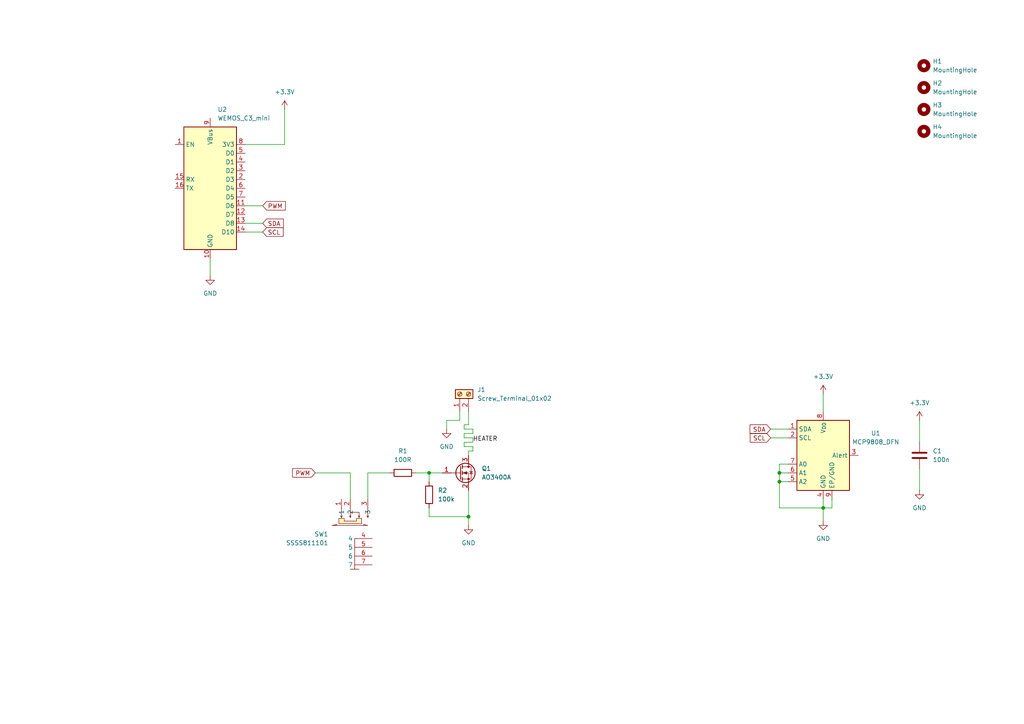
<source format=kicad_sch>
(kicad_sch (version 20250114) (generator "eeschema") (generator_version "9.0")
  (paper "A4")
  (lib_symbols
    (symbol "Connector:Screw_Terminal_01x02" (pin_names (offset 1.016) (hide yes))
      (property "Reference" "J" (at 0 2.54 0))
      (property "Value" "Screw_Terminal_01x02" (at 0 -5.08 0))
      (symbol "Screw_Terminal_01x02_1_1"
        (rectangle (start -1.27 1.27) (end 1.27 -3.81) (stroke (width 0.254)) (fill (type background)))
        (polyline (pts (xy -0.5334 0.3302) (xy 0.3302 -0.508)) (stroke (width 0.1524)))
        (polyline (pts (xy -0.5334 -2.2098) (xy 0.3302 -3.048)) (stroke (width 0.1524)))
        (polyline (pts (xy -0.3556 0.508) (xy 0.508 -0.3302)) (stroke (width 0.1524)))
        (polyline (pts (xy -0.3556 -2.032) (xy 0.508 -2.8702)) (stroke (width 0.1524)))
        (circle (center 0 0) (radius 0.635) (stroke (width 0.1524)))
        (circle (center 0 -2.54) (radius 0.635) (stroke (width 0.1524)))
        (pin passive line (at -5.08 0 0) (length 3.81) (name "Pin_1") (number "1"))
        (pin passive line (at -5.08 -2.54 0) (length 3.81) (name "Pin_2") (number "2"))
      )
    )
    (symbol "Device:C" (pin_numbers (hide yes)) (pin_names (offset 0.254))
      (property "Reference" "C" (at 0.635 2.54 0))
      (property "Value" "C" (at 0.635 -2.54 0))
      (symbol "C_0_1"
        (polyline (pts (xy -2.032 0.762) (xy 2.032 0.762)) (stroke (width 0.508)))
        (polyline (pts (xy -2.032 -0.762) (xy 2.032 -0.762)) (stroke (width 0.508)))
      )
      (symbol "C_1_1"
        (pin passive line (at 0 3.81 270) (length 2.794) (name "~") (number "1"))
        (pin passive line (at 0 -3.81 90) (length 2.794) (name "~") (number "2"))
      )
    )
    (symbol "Device:R" (pin_numbers (hide yes)) (pin_names (offset 0))
      (property "Reference" "R" (at 2.032 0 90))
      (property "Value" "R" (at 0 0 90))
      (symbol "R_0_1"
        (rectangle (start -1.016 -2.54) (end 1.016 2.54) (stroke (width 0.254)))
      )
      (symbol "R_1_1"
        (pin passive line (at 0 3.81 270) (length 1.27) (name "~") (number "1"))
        (pin passive line (at 0 -3.81 90) (length 1.27) (name "~") (number "2"))
      )
    )
    (symbol "EasyEDA:SSSS811101"
      (property "Reference" "SW" (at 0 8.89 0))
      (property "Value" "SSSS811101" (at 0 -20.32 0))
      (symbol "SSSS811101_0_1"
        (polyline (pts (xy -1.27 1.27) (xy -1.27 -1.27)))
        (polyline (pts (xy -1.27 -1.52) (xy -1.52 -1.02)))
        (polyline (pts (xy -1.27 -1.52) (xy -1.02 -1.02)))
        (polyline (pts (xy 1.27 1.27) (xy 1.27 -1.27)))
        (polyline (pts (xy 1.27 0) (xy 3.81 0) (xy 3.81 -1.27)))
        (polyline (pts (xy 1.27 -1.52) (xy 1.02 -1.02)))
        (polyline (pts (xy 1.27 -1.52) (xy 1.52 -1.02)))
        (polyline (pts (xy 1.27 -16.51) (xy 3.81 -16.51)))
        (polyline (pts (xy 2.54 -7.62) (xy 2.54 -16.51)))
        (polyline (pts (xy 3.81 -1.52) (xy 3.56 -1.02)))
        (polyline (pts (xy 3.81 -1.52) (xy 4.06 -1.02)))
        (polyline (pts (xy 4.57 -1.78) (xy 4.57 -3.3) (xy -2.03 -3.3) (xy -2.03 -1.78) (xy -0.51 -1.78) (xy -0.51 -2.54) (xy 3.05 -2.54) (xy 3.05 -1.78) (xy 4.57 -1.78)) (fill (type background)))
        (polyline (pts (xy 5.08 -3.56) (xy 6.35 -3.81) (xy -4.06 -3.81) (xy -2.54 -3.56)))
        (polyline (pts (xy 6.35 1.27) (xy 6.35 -1.27)))
        (polyline (pts (xy 6.35 -1.52) (xy 6.1 -1.02)))
        (polyline (pts (xy 6.35 -1.52) (xy 6.6 -1.02)))
        (pin unspecified line (at -1.27 3.81 270) (length 2.54) (name "1") (number "1"))
        (pin unspecified line (at 1.27 3.81 270) (length 2.54) (name "2") (number "2"))
        (pin unspecified line (at 6.35 3.81 270) (length 2.54) (name "3") (number "3"))
        (pin unspecified line (at 7.62 -7.62 180) (length 5.08) (name "4") (number "4"))
        (pin unspecified line (at 7.62 -10.16 180) (length 5.08) (name "5") (number "5"))
        (pin unspecified line (at 7.62 -12.7 180) (length 5.08) (name "6") (number "6"))
        (pin unspecified line (at 7.62 -15.24 180) (length 5.08) (name "7") (number "7"))
      )
    )
    (symbol "Mechanical:MountingHole" (pin_names (offset 1.016)) (exclude_from_sim yes) (in_bom no)
      (property "Reference" "H" (at 0 5.08 0))
      (property "Value" "MountingHole" (at 0 3.175 0))
      (symbol "MountingHole_0_1"
        (circle (center 0 0) (radius 1.27) (stroke (width 1.27)))
      )
    )
    (symbol "RF_Module:WEMOS_C3_mini"
      (property "Reference" "U" (at 3.81 19.05 0))
      (property "Value" "WEMOS_C3_mini" (at 1.27 -19.05 0))
      (symbol "WEMOS_C3_mini_1_1"
        (rectangle (start -7.62 17.78) (end 7.62 -17.78) (stroke (width 0.254)) (fill (type background)))
        (pin input line (at -10.16 12.7 0) (length 2.54) (name "EN") (number "1"))
        (pin input line (at -10.16 2.54 0) (length 2.54) (name "RX") (number "15"))
        (pin output line (at -10.16 0 0) (length 2.54) (name "TX") (number "16"))
        (pin power_in line (at 0 20.32 270) (length 2.54) (name "VBus") (number "9"))
        (pin power_in line (at 0 -20.32 90) (length 2.54) (name "GND") (number "10"))
        (pin power_out line (at 10.16 12.7 180) (length 2.54) (name "3V3") (number "8"))
        (pin bidirectional line (at 10.16 10.16 180) (length 2.54) (name "D0") (number "5"))
        (pin bidirectional line (at 10.16 7.62 180) (length 2.54) (name "D1") (number "4"))
        (pin bidirectional line (at 10.16 5.08 180) (length 2.54) (name "D2") (number "3"))
        (pin bidirectional line (at 10.16 2.54 180) (length 2.54) (name "D3") (number "2"))
        (pin bidirectional line (at 10.16 0 180) (length 2.54) (name "D4") (number "6"))
        (pin bidirectional line (at 10.16 -2.54 180) (length 2.54) (name "D5") (number "7"))
        (pin bidirectional line (at 10.16 -5.08 180) (length 2.54) (name "D6") (number "11"))
        (pin bidirectional line (at 10.16 -7.62 180) (length 2.54) (name "D7") (number "12"))
        (pin bidirectional line (at 10.16 -10.16 180) (length 2.54) (name "D8") (number "13"))
        (pin bidirectional line (at 10.16 -12.7 180) (length 2.54) (name "D10") (number "14"))
      )
    )
    (symbol "Sensor_Temperature:MCP9808_DFN"
      (property "Reference" "U" (at -6.35 11.43 0))
      (property "Value" "MCP9808_DFN" (at 10.16 11.43 0))
      (symbol "MCP9808_DFN_0_1"
        (rectangle (start -7.62 10.16) (end 7.62 -10.16) (stroke (width 0.254)) (fill (type background)))
      )
      (symbol "MCP9808_DFN_1_1"
        (pin bidirectional line (at -10.16 7.62 0) (length 2.54) (name "SDA") (number "1"))
        (pin input line (at -10.16 5.08 0) (length 2.54) (name "SCL") (number "2"))
        (pin input line (at -10.16 -2.54 0) (length 2.54) (name "A0") (number "7"))
        (pin input line (at -10.16 -5.08 0) (length 2.54) (name "A1") (number "6"))
        (pin input line (at -10.16 -7.62 0) (length 2.54) (name "A2") (number "5"))
        (pin power_in line (at 0 12.7 270) (length 2.54) (name "V_{DD}") (number "8"))
        (pin power_in line (at 0 -12.7 90) (length 2.54) (name "GND") (number "4"))
        (pin power_in line (at 2.54 -12.7 90) (length 2.54) (name "EP/GND") (number "9"))
        (pin output line (at 10.16 0 180) (length 2.54) (name "Alert") (number "3"))
      )
    )
    (symbol "Transistor_FET:AO3400A" (pin_names (hide yes))
      (property "Reference" "Q" (at 5.08 1.905 0))
      (property "Value" "AO3400A" (at 5.08 0 0))
      (symbol "AO3400A_0_1"
        (polyline (pts (xy 0.254 1.905) (xy 0.254 -1.905)) (stroke (width 0.254)))
        (polyline (pts (xy 0.254 0) (xy -2.54 0)))
        (polyline (pts (xy 0.762 2.286) (xy 0.762 1.27)) (stroke (width 0.254)))
        (polyline (pts (xy 0.762 0.508) (xy 0.762 -0.508)) (stroke (width 0.254)))
        (polyline (pts (xy 0.762 -1.27) (xy 0.762 -2.286)) (stroke (width 0.254)))
        (polyline (pts (xy 0.762 -1.778) (xy 3.302 -1.778) (xy 3.302 1.778) (xy 0.762 1.778)))
        (polyline (pts (xy 1.016 0) (xy 2.032 0.381) (xy 2.032 -0.381) (xy 1.016 0)) (fill (type outline)))
        (circle (center 1.651 0) (radius 2.794) (stroke (width 0.254)))
        (polyline (pts (xy 2.54 2.54) (xy 2.54 1.778)))
        (circle (center 2.54 1.778) (radius 0.254) (fill (type outline)))
        (circle (center 2.54 -1.778) (radius 0.254) (fill (type outline)))
        (polyline (pts (xy 2.54 -2.54) (xy 2.54 0) (xy 0.762 0)))
        (polyline (pts (xy 2.794 0.508) (xy 2.921 0.381) (xy 3.683 0.381) (xy 3.81 0.254)))
        (polyline (pts (xy 3.302 0.381) (xy 2.921 -0.254) (xy 3.683 -0.254) (xy 3.302 0.381)))
      )
      (symbol "AO3400A_1_1"
        (pin input line (at -5.08 0 0) (length 2.54) (name "G") (number "1"))
        (pin passive line (at 2.54 5.08 270) (length 2.54) (name "D") (number "3"))
        (pin passive line (at 2.54 -5.08 90) (length 2.54) (name "S") (number "2"))
      )
    )
    (symbol "power:+3.3V" (power) (pin_numbers (hide yes)) (pin_names (offset 0) (hide yes))
      (property "Value" "+3.3V" (at 0 3.556 0))
      (symbol "+3.3V_0_1"
        (polyline (pts (xy -0.762 1.27) (xy 0 2.54)))
        (polyline (pts (xy 0 2.54) (xy 0.762 1.27)))
        (polyline (pts (xy 0 0) (xy 0 2.54)))
      )
      (symbol "+3.3V_1_1"
        (pin power_in line (at 0 0 90) (length 0) (name "~") (number "1"))
      )
    )
    (symbol "power:GND" (power) (pin_numbers (hide yes)) (pin_names (offset 0) (hide yes))
      (property "Value" "GND" (at 0 -3.81 0))
      (symbol "GND_0_1"
        (polyline (pts (xy 0 0) (xy 0 -1.27) (xy 1.27 -1.27) (xy 0 -2.54) (xy -1.27 -1.27) (xy 0 -1.27)))
      )
      (symbol "GND_1_1"
        (pin power_in line (at 0 0 270) (length 0) (name "~") (number "1"))
      )
    )
  )
  (junction (at 238.76 147.32))
  (junction (at 135.89 149.86))
  (junction (at 226.06 137.16))
  (junction (at 226.06 139.7))
  (junction (at 124.46 137.16))
  (wire (pts (xy 238.76 147.32) (xy 238.76 151.13)))
  (wire (pts (xy 135.89 130.81) (xy 135.89 132.08)))
  (wire (pts (xy 226.06 134.62) (xy 226.06 137.16)))
  (wire (pts (xy 226.06 139.7) (xy 226.06 147.32)))
  (wire (pts (xy 238.76 147.32) (xy 241.3 147.32)))
  (wire (pts (xy 226.06 137.16) (xy 228.6 137.16)))
  (wire (pts (xy 223.52 124.46) (xy 228.6 124.46)))
  (wire (pts (xy 135.89 119.38) (xy 135.89 123.19)))
  (wire (pts (xy 137.16 130.81) (xy 135.89 130.81)))
  (wire (pts (xy 241.3 144.78) (xy 241.3 147.32)))
  (wire (pts (xy 129.54 121.92) (xy 129.54 124.46)))
  (wire (pts (xy 91.44 137.16) (xy 101.6 137.16)))
  (wire (pts (xy 134.62 127) (xy 137.16 127)))
  (wire (pts (xy 82.55 41.91) (xy 71.12 41.91)))
  (wire (pts (xy 135.89 149.86) (xy 135.89 152.4)))
  (wire (pts (xy 238.76 114.3) (xy 238.76 119.38)))
  (wire (pts (xy 124.46 149.86) (xy 135.89 149.86)))
  (wire (pts (xy 134.62 129.54) (xy 137.16 129.54)))
  (wire (pts (xy 137.16 129.54) (xy 137.16 130.81)))
  (wire (pts (xy 124.46 137.16) (xy 128.27 137.16)))
  (wire (pts (xy 226.06 139.7) (xy 228.6 139.7)))
  (wire (pts (xy 133.35 121.92) (xy 129.54 121.92)))
  (wire (pts (xy 120.65 137.16) (xy 124.46 137.16)))
  (wire (pts (xy 71.12 67.31) (xy 76.2 67.31)))
  (wire (pts (xy 226.06 137.16) (xy 226.06 139.7)))
  (wire (pts (xy 106.68 137.16) (xy 106.68 144.78)))
  (wire (pts (xy 223.52 127) (xy 228.6 127)))
  (wire (pts (xy 135.89 123.19) (xy 134.62 123.19)))
  (wire (pts (xy 60.96 74.93) (xy 60.96 80.01)))
  (wire (pts (xy 124.46 147.32) (xy 124.46 149.86)))
  (wire (pts (xy 71.12 59.69) (xy 76.2 59.69)))
  (wire (pts (xy 134.62 125.73) (xy 134.62 127)))
  (wire (pts (xy 134.62 124.46) (xy 137.16 124.46)))
  (wire (pts (xy 124.46 137.16) (xy 124.46 139.7)))
  (wire (pts (xy 137.16 128.27) (xy 134.62 128.27)))
  (wire (pts (xy 238.76 144.78) (xy 238.76 147.32)))
  (wire (pts (xy 134.62 128.27) (xy 134.62 129.54)))
  (wire (pts (xy 137.16 125.73) (xy 134.62 125.73)))
  (wire (pts (xy 135.89 142.24) (xy 135.89 149.86)))
  (wire (pts (xy 133.35 119.38) (xy 133.35 121.92)))
  (wire (pts (xy 137.16 127) (xy 137.16 128.27)))
  (wire (pts (xy 226.06 147.32) (xy 238.76 147.32)))
  (wire (pts (xy 71.12 64.77) (xy 76.2 64.77)))
  (wire (pts (xy 137.16 124.46) (xy 137.16 125.73)))
  (wire (pts (xy 228.6 134.62) (xy 226.06 134.62)))
  (wire (pts (xy 134.62 123.19) (xy 134.62 124.46)))
  (wire (pts (xy 113.03 137.16) (xy 106.68 137.16)))
  (wire (pts (xy 82.55 31.75) (xy 82.55 41.91)))
  (wire (pts (xy 266.7 121.92) (xy 266.7 128.27)))
  (wire (pts (xy 101.6 137.16) (xy 101.6 144.78)))
  (wire (pts (xy 266.7 135.89) (xy 266.7 142.24)))
  (label "HEATER" (at 137.16 128.27 0))
  (global_label "SCL" (shape input) (at 76.2 67.31 0) (property "Intersheetrefs" "${INTERSHEET_REFS}" (effects (hide yes))))
  (global_label "PWM" (shape input) (at 91.44 137.16 180) (property "Intersheetrefs" "${INTERSHEET_REFS}" (effects (hide yes))))
  (global_label "SCL" (shape input) (at 223.52 127 180) (property "Intersheetrefs" "${INTERSHEET_REFS}" (effects (hide yes))))
  (global_label "SDA" (shape input) (at 223.52 124.46 180) (property "Intersheetrefs" "${INTERSHEET_REFS}" (effects (hide yes))))
  (global_label "PWM" (shape input) (at 76.2 59.69 0) (property "Intersheetrefs" "${INTERSHEET_REFS}" (effects (hide yes))))
  (global_label "SDA" (shape input) (at 76.2 64.77 0) (property "Intersheetrefs" "${INTERSHEET_REFS}" (effects (hide yes))))
  (symbol (lib_id "power:GND") (at 266.7 142.24 0) (unit 1)
    (property "Reference" "#PWR08" (effects (hide yes)))
    (property "Value" "GND" (at 266.7 147.32 0))
    (property "Description" "Power symbol creates a global label with name \"GND\" , ground" (effects (hide yes)))
  )
  (symbol (lib_id "Mechanical:MountingHole") (at 267.97 38.1 0) (unit 1) (exclude_from_sim yes) (in_bom no)
    (property "Reference" "H4" (at 270.51 36.8299 0) (effects (justify left)))
    (property "Value" "MountingHole" (at 270.51 39.3699 0) (effects (justify left)))
    (property "Footprint" "MountingHole:MountingHole_3.2mm_M3_Pad_Via" (effects (hide yes)))
    (property "Description" "Mounting Hole without connection" (effects (hide yes)))
  )
  (symbol (lib_id "EasyEDA:SSSS811101") (at 100.33 148.59 0) (unit 1)
    (property "Reference" "SW1" (at 95.25 154.9399 0) (effects (justify right)))
    (property "Value" "SSSS811101" (at 95.25 157.4799 0) (effects (justify right)))
    (property "Footprint" "EasyEDA:SW-SMD_SSSS811101" (effects (hide yes)))
    (property "Datasheet" "https://lcsc.com/product-detail/Toggle-Switches_ALPS_SSSS811101_SSSS811101_C109335.html" (effects (hide yes)))
    (property "LCSC Part" "C109335" (effects (hide yes)))
  )
  (symbol (lib_id "Connector:Screw_Terminal_01x02") (at 133.35 114.3 90) (unit 1)
    (property "Reference" "J1" (at 138.43 113.0299 90) (effects (justify right)))
    (property "Value" "Screw_Terminal_01x02" (at 138.43 115.5699 90) (effects (justify right)))
    (property "Description" "Generic screw terminal, single row, 01x02, script generated (kicad-library-utils/schlib/autogen/connector/)" (effects (hide yes)))
  )
  (symbol (lib_id "Transistor_FET:AO3400A") (at 133.35 137.16 0) (unit 1)
    (property "Reference" "Q1" (at 139.7 135.8899 0) (effects (justify left)))
    (property "Value" "AO3400A" (at 139.7 138.4299 0) (effects (justify left)))
    (property "Footprint" "Package_TO_SOT_SMD:SOT-23" (effects (hide yes)))
    (property "Datasheet" "http://www.aosmd.com/pdfs/datasheet/AO3400A.pdf" (effects (hide yes)))
    (property "Description" "30V Vds, 5.7A Id, N-Channel MOSFET, SOT-23" (effects (hide yes)))
  )
  (symbol (lib_id "Mechanical:MountingHole") (at 267.97 31.75 0) (unit 1) (exclude_from_sim yes) (in_bom no)
    (property "Reference" "H3" (at 270.51 30.4799 0) (effects (justify left)))
    (property "Value" "MountingHole" (at 270.51 33.0199 0) (effects (justify left)))
    (property "Footprint" "MountingHole:MountingHole_3.2mm_M3_Pad_Via" (effects (hide yes)))
    (property "Description" "Mounting Hole without connection" (effects (hide yes)))
  )
  (symbol (lib_id "power:GND") (at 135.89 152.4 0) (unit 1)
    (property "Reference" "#PWR02" (effects (hide yes)))
    (property "Value" "GND" (at 135.89 157.48 0))
    (property "Description" "Power symbol creates a global label with name \"GND\" , ground" (effects (hide yes)))
  )
  (symbol (lib_id "power:+3.3V") (at 82.55 31.75 0) (unit 1)
    (property "Reference" "#PWR05" (effects (hide yes)))
    (property "Value" "+3.3V" (at 82.55 26.67 0))
    (property "Description" "Power symbol creates a global label with name \"+3.3V\"" (effects (hide yes)))
  )
  (symbol (lib_id "power:GND") (at 60.96 80.01 0) (unit 1)
    (property "Reference" "#PWR04" (effects (hide yes)))
    (property "Value" "GND" (at 60.96 85.09 0))
    (property "Description" "Power symbol creates a global label with name \"GND\" , ground" (effects (hide yes)))
  )
  (symbol (lib_id "Device:R") (at 116.84 137.16 90) (unit 1)
    (property "Reference" "R1" (at 116.84 130.81 90))
    (property "Value" "100R" (at 116.84 133.35 90))
    (property "Footprint" "Resistor_SMD:R_0805_2012Metric" (effects (hide yes)))
    (property "Description" "Resistor" (effects (hide yes)))
  )
  (symbol (lib_id "Device:C") (at 266.7 132.08 0) (unit 1)
    (property "Reference" "C1" (at 270.51 130.8099 0) (effects (justify left)))
    (property "Value" "100n" (at 270.51 133.3499 0) (effects (justify left)))
    (property "Footprint" "Capacitor_SMD:C_0603_1608Metric" (effects (hide yes)))
    (property "Description" "Unpolarized capacitor" (effects (hide yes)))
  )
  (symbol (lib_id "power:GND") (at 238.76 151.13 0) (unit 1)
    (property "Reference" "#PWR01" (effects (hide yes)))
    (property "Value" "GND" (at 238.76 156.21 0))
    (property "Description" "Power symbol creates a global label with name \"GND\" , ground" (effects (hide yes)))
  )
  (symbol (lib_id "Device:R") (at 124.46 143.51 180) (unit 1)
    (property "Reference" "R2" (at 127 142.2399 0) (effects (justify right)))
    (property "Value" "100k" (at 127 144.7799 0) (effects (justify right)))
    (property "Footprint" "Resistor_SMD:R_0805_2012Metric" (effects (hide yes)))
    (property "Description" "Resistor" (effects (hide yes)))
  )
  (symbol (lib_id "power:GND") (at 129.54 124.46 0) (unit 1)
    (property "Reference" "#PWR03" (effects (hide yes)))
    (property "Value" "GND" (at 129.54 129.54 0))
    (property "Description" "Power symbol creates a global label with name \"GND\" , ground" (effects (hide yes)))
  )
  (symbol (lib_id "Mechanical:MountingHole") (at 267.97 19.05 0) (unit 1) (exclude_from_sim yes) (in_bom no)
    (property "Reference" "H1" (at 270.51 17.7799 0) (effects (justify left)))
    (property "Value" "MountingHole" (at 270.51 20.3199 0) (effects (justify left)))
    (property "Footprint" "MountingHole:MountingHole_3.2mm_M3_Pad_Via" (effects (hide yes)))
    (property "Description" "Mounting Hole without connection" (effects (hide yes)))
  )
  (symbol (lib_id "Mechanical:MountingHole") (at 267.97 25.4 0) (unit 1) (exclude_from_sim yes) (in_bom no)
    (property "Reference" "H2" (at 270.51 24.1299 0) (effects (justify left)))
    (property "Value" "MountingHole" (at 270.51 26.6699 0) (effects (justify left)))
    (property "Footprint" "MountingHole:MountingHole_3.2mm_M3_Pad_Via" (effects (hide yes)))
    (property "Description" "Mounting Hole without connection" (effects (hide yes)))
  )
  (symbol (lib_id "RF_Module:WEMOS_C3_mini") (at 60.96 54.61 0) (unit 1)
    (property "Reference" "U2" (at 63.1033 31.75 0) (effects (justify left)))
    (property "Value" "WEMOS_C3_mini" (at 63.1033 34.29 0) (effects (justify left)))
    (property "Footprint" "RF_Module:WEMOS_C3_mini" (effects (hide yes)))
    (property "Datasheet" "https://www.wemos.cc/en/latest/c3/c3_mini.html" (effects (hide yes)))
    (property "Description" "32-bit microcontroller module with WiFi" (effects (hide yes)))
  )
  (symbol (lib_id "Sensor_Temperature:MCP9808_DFN") (at 238.76 132.08 0) (unit 1)
    (property "Reference" "U1" (at 254 125.6598 0))
    (property "Value" "MCP9808_DFN" (at 254 128.1998 0))
    (property "Footprint" "Package_DFN_QFN:DFN-8-1EP_3x2mm_P0.5mm_EP1.7x1.4mm" (effects (hide yes)))
    (property "Datasheet" "http://ww1.microchip.com/downloads/en/DeviceDoc/MCP9808-0.5C-Maximum-Accuracy-Digital-Temperature-Sensor-Data-Sheet-DS20005095B.pdf" (effects (hide yes)))
    (property "Description" "±0.25°C (±0.5°C) Typical (Maximum), Digital Temperature Sensor, DFN-8" (effects (hide yes)))
  )
  (symbol (lib_id "power:+3.3V") (at 238.76 114.3 0) (unit 1)
    (property "Reference" "#PWR06" (effects (hide yes)))
    (property "Value" "+3.3V" (at 238.76 109.22 0))
    (property "Description" "Power symbol creates a global label with name \"+3.3V\"" (effects (hide yes)))
  )
  (symbol (lib_id "power:+3.3V") (at 266.7 121.92 0) (unit 1)
    (property "Reference" "#PWR07" (effects (hide yes)))
    (property "Value" "+3.3V" (at 266.7 116.84 0))
    (property "Description" "Power symbol creates a global label with name \"+3.3V\"" (effects (hide yes)))
  )
)
</source>
